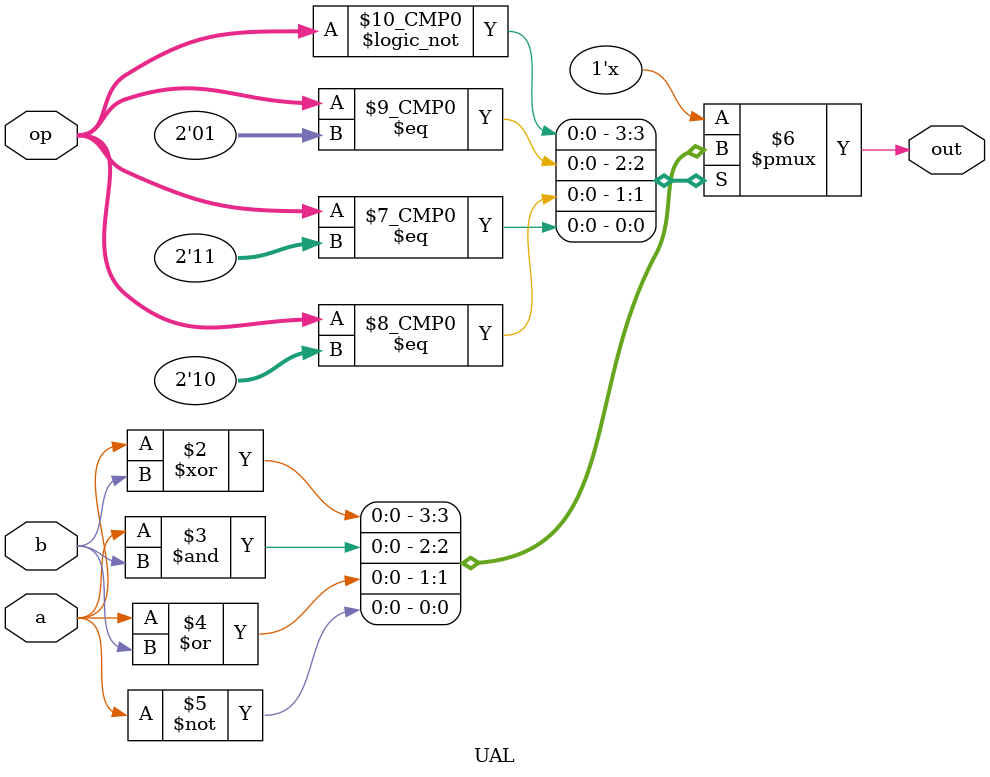
<source format=v>
`timescale 1ns / 1ps


module UAL(
    input a,
    input b,
    input [1:0]op,
    output out
    );
    reg out;
    
    always @(op)
    case(op)
    2'b00 : out = a^b;
    2'b01 : out = a&b;
    2'b10 : out = a|b;
    2'b11 : out = ~a;
    default : out = a;
    endcase
    endmodule

</source>
